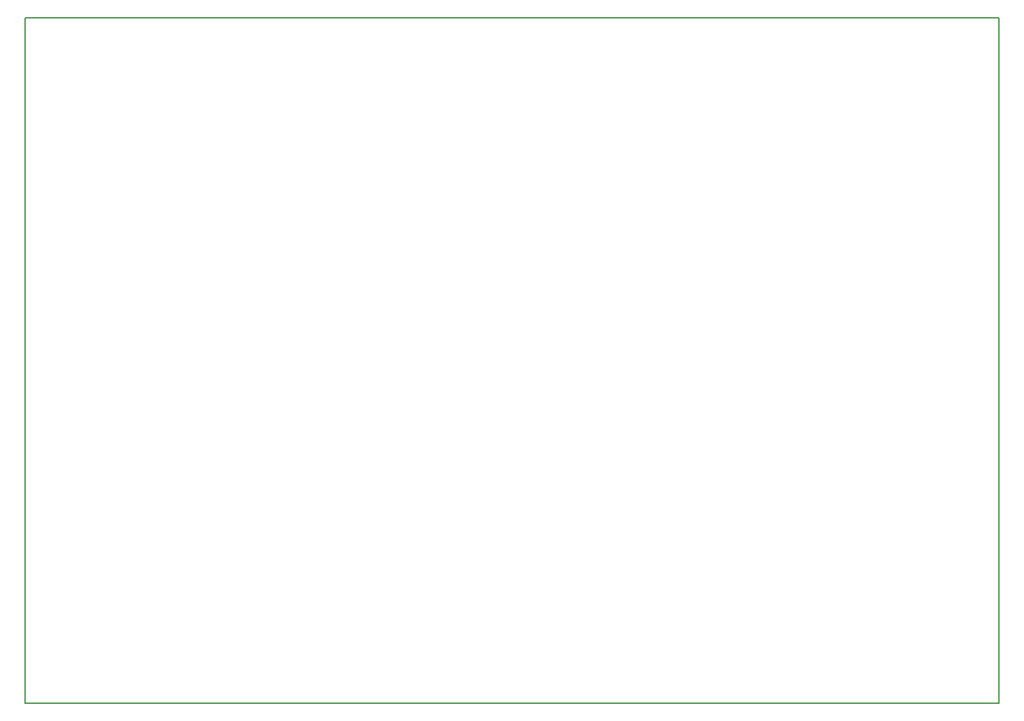
<source format=gbr>
G04 #@! TF.GenerationSoftware,KiCad,Pcbnew,(5.0.0-rc2-dev-319-g0ded476)*
G04 #@! TF.CreationDate,2018-08-03T18:05:57-07:00*
G04 #@! TF.ProjectId,paranoids-hackme-1,706172616E6F6964732D6861636B6D65,B-eco1*
G04 #@! TF.SameCoordinates,Original*
G04 #@! TF.FileFunction,Profile,NP*
%FSLAX46Y46*%
G04 Gerber Fmt 4.6, Leading zero omitted, Abs format (unit mm)*
G04 Created by KiCad (PCBNEW (5.0.0-rc2-dev-319-g0ded476)) date Friday, August 03, 2018 at 06:05:57 PM*
%MOMM*%
%LPD*%
G01*
G04 APERTURE LIST*
%ADD10C,0.150000*%
G04 APERTURE END LIST*
D10*
X225000000Y-30000000D02*
X100000000Y-30000000D01*
X225000000Y-118000000D02*
X225000000Y-30000000D01*
X100000000Y-118000000D02*
X225000000Y-118000000D01*
X100000000Y-30000000D02*
X100000000Y-118000000D01*
M02*

</source>
